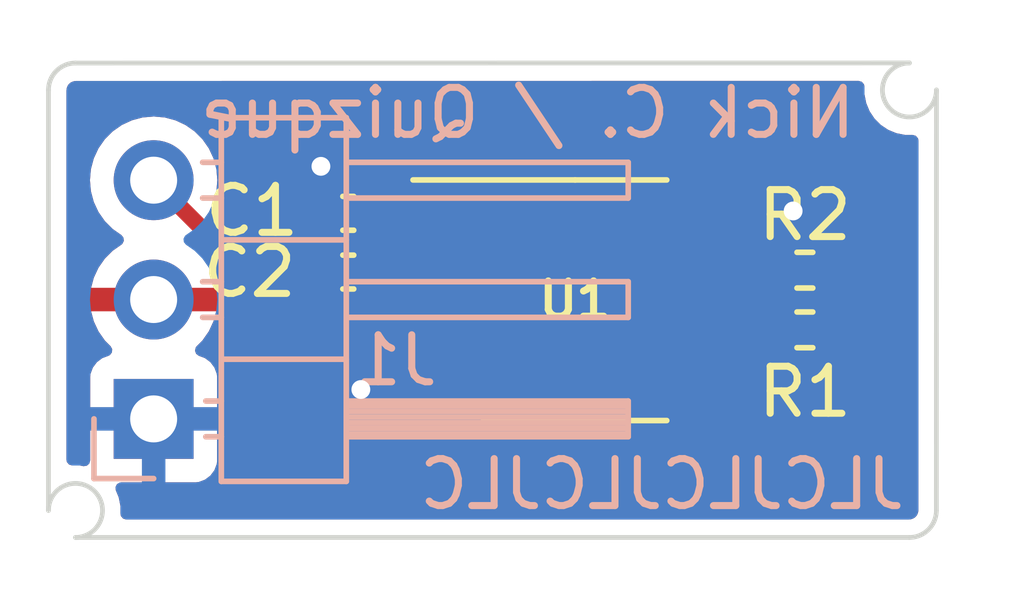
<source format=kicad_pcb>
(kicad_pcb (version 20240108) (generator "pcbnew") (generator_version "8.0")
  (layers (0 "F.Cu" signal) (31 "B.Cu" signal) (34 "B.Paste" user) (35 "F.Paste" user) (36 "B.SilkS" user "B.Silkscreen") (37 "F.SilkS" user "F.Silkscreen") (38 "B.Mask" user) (39 "F.Mask" user) (44 "Edge.Cuts" user))
  (net 0 "")
  (net 1 "+5V")
  (net 2 "GND")
  (net 3 "SIGNAL")
  (net 4 "Net-(U1-SDA)")
  (net 5 "Net-(U1-SCL)")
  (net 7 "Net-(U1-VDD3V3)")
  (footprint "Capacitor_SMD:C_0402_1005Metric_Pad0.74x0.62mm_HandSolder" (layer "F.Cu") (at 141.3825 84.45 180)
    (property "Reference" "C2" (at 2.1 0 180) (layer "F.SilkS"))
    (property "Value" "1uF")
    (fp_line (start -0.115835 0.36) (end 0.115835 0.36) (stroke (width 0.12)) (layer "F.SilkS"))
    (fp_line (start -0.115835 -0.36) (end 0.115835 -0.36) (stroke (width 0.12)) (layer "F.SilkS"))
    (pad "1" smd roundrect (at -0.5675 0 180) (size 0.735 0.62) (layers "F.Cu" "F.Paste" "F.Mask") (net 7 "Net-(U1-VDD3V3)"))
    (pad "2" smd roundrect (at 0.5675 0 180) (size 0.735 0.62) (layers "F.Cu" "F.Paste" "F.Mask") (net 2 "GND"))
  )
  (footprint "Resistor_SMD:R_0402_1005Metric_Pad0.72x0.64mm_HandSolder" (layer "F.Cu") (at 151.1 84.41)
    (property "Reference" "R2" (at 0 -1.17 0) (layer "F.SilkS"))
    (property "Value" "4K7")
    (fp_line (start -0.167621 -0.38) (end 0.167621 -0.38) (stroke (width 0.12)) (layer "F.SilkS"))
    (fp_line (start -0.167621 0.38) (end 0.167621 0.38) (stroke (width 0.12)) (layer "F.SilkS"))
    (pad "1" smd roundrect (at -0.5975 0) (size 0.715 0.64) (layers "F.Cu" "F.Paste" "F.Mask") (net 5 "Net-(U1-SCL)"))
    (pad "2" smd roundrect (at 0.5975 0) (size 0.715 0.64) (layers "F.Cu" "F.Paste" "F.Mask") (net 1 "+5V"))
  )
  (footprint "Capacitor_SMD:C_0402_1005Metric_Pad0.74x0.62mm_HandSolder" (layer "F.Cu") (at 141.3825 83.2 180)
    (property "Reference" "C1" (at 2.05 0.05 180) (layer "F.SilkS"))
    (property "Value" "1uF")
    (fp_line (start -0.115835 0.36) (end 0.115835 0.36) (stroke (width 0.12)) (layer "F.SilkS"))
    (fp_line (start -0.115835 -0.36) (end 0.115835 -0.36) (stroke (width 0.12)) (layer "F.SilkS"))
    (pad "1" smd roundrect (at -0.5675 0 180) (size 0.735 0.62) (layers "F.Cu" "F.Paste" "F.Mask") (net 1 "+5V"))
    (pad "2" smd roundrect (at 0.5675 0 180) (size 0.735 0.62) (layers "F.Cu" "F.Paste" "F.Mask") (net 2 "GND"))
  )
  (footprint "Package_SO:SOIC-8_3.9x4.9mm_P1.27mm" (layer "F.Cu") (at 146.21 85.05)
    (property "Reference" "U1" (at 0 0 0) (layer "F.SilkS") (effects (font (size 0.75 0.75))))
    (property "Value" "AS5600")
    (fp_line (start 0 -2.56) (end -3.45 -2.56) (stroke (width 0.12)) (layer "F.SilkS"))
    (fp_line (start 0 -2.56) (end 1.95 -2.56) (stroke (width 0.12)) (layer "F.SilkS"))
    (fp_line (start 0 2.56) (end -1.95 2.56) (stroke (width 0.12)) (layer "F.SilkS"))
    (fp_line (start 0 2.56) (end 1.95 2.56) (stroke (width 0.12)) (layer "F.SilkS"))
    (pad "1" smd roundrect (at -2.475 -1.905) (size 1.95 0.6) (layers "F.Cu" "F.Paste" "F.Mask") (net 1 "+5V"))
    (pad "2" smd roundrect (at -2.475 -0.635) (size 1.95 0.6) (layers "F.Cu" "F.Paste" "F.Mask") (net 7 "Net-(U1-VDD3V3)"))
    (pad "3" smd roundrect (at -2.475 0.635) (size 1.95 0.6) (layers "F.Cu" "F.Paste" "F.Mask") (net 3 "SIGNAL"))
    (pad "4" smd roundrect (at -2.475 1.905) (size 1.95 0.6) (layers "F.Cu" "F.Paste" "F.Mask") (net 2 "GND"))
    (pad "5" smd roundrect (at 2.475 1.905) (size 1.95 0.6) (layers "F.Cu" "F.Paste" "F.Mask"))
    (pad "6" smd roundrect (at 2.475 0.635) (size 1.95 0.6) (layers "F.Cu" "F.Paste" "F.Mask") (net 4 "Net-(U1-SDA)"))
    (pad "7" smd roundrect (at 2.475 -0.635) (size 1.95 0.6) (layers "F.Cu" "F.Paste" "F.Mask") (net 5 "Net-(U1-SCL)"))
    (pad "8" smd roundrect (at 2.475 -1.905) (size 1.95 0.6) (layers "F.Cu" "F.Paste" "F.Mask") (net 2 "GND"))
  )
  (footprint "Resistor_SMD:R_0402_1005Metric_Pad0.72x0.64mm_HandSolder" (layer "F.Cu") (at 151.1 85.68)
    (property "Reference" "R1" (at 0 1.32 0) (layer "F.SilkS"))
    (property "Value" "4K7")
    (fp_line (start -0.167621 -0.38) (end 0.167621 -0.38) (stroke (width 0.12)) (layer "F.SilkS"))
    (fp_line (start -0.167621 0.38) (end 0.167621 0.38) (stroke (width 0.12)) (layer "F.SilkS"))
    (pad "1" smd roundrect (at -0.5975 0) (size 0.715 0.64) (layers "F.Cu" "F.Paste" "F.Mask") (net 4 "Net-(U1-SDA)"))
    (pad "2" smd roundrect (at 0.5975 0) (size 0.715 0.64) (layers "F.Cu" "F.Paste" "F.Mask") (net 1 "+5V"))
  )
  (footprint "Connector_PinHeader_2.54mm:PinHeader_1x03_P2.54mm_Horizontal" (layer "B.Cu") (at 137.24 87.575)
    (property "Reference" "J1" (at 5.16 -1.245 0) (layer "B.SilkS") (effects (justify mirror)))
    (property "Value" "Conn_01x03_Pin")
    (fp_line (start -1.27 0) (end -1.27 1.27) (stroke (width 0.12)) (layer "B.SilkS"))
    (fp_line (start -1.27 1.27) (end 0 1.27) (stroke (width 0.12)) (layer "B.SilkS"))
    (fp_line (start 1.042929 -5.46) (end 1.44 -5.46) (stroke (width 0.12)) (layer "B.SilkS"))
    (fp_line (start 1.042929 -4.7) (end 1.44 -4.7) (stroke (width 0.12)) (layer "B.SilkS"))
    (fp_line (start 1.042929 -2.92) (end 1.44 -2.92) (stroke (width 0.12)) (layer "B.SilkS"))
    (fp_line (start 1.042929 -2.16) (end 1.44 -2.16) (stroke (width 0.12)) (layer "B.SilkS"))
    (fp_line (start 1.11 -0.38) (end 1.44 -0.38) (stroke (width 0.12)) (layer "B.SilkS"))
    (fp_line (start 1.11 0.38) (end 1.44 0.38) (stroke (width 0.12)) (layer "B.SilkS"))
    (fp_line (start 1.44 -6.41) (end 4.1 -6.41) (stroke (width 0.12)) (layer "B.SilkS"))
    (fp_line (start 1.44 -3.81) (end 4.1 -3.81) (stroke (width 0.12)) (layer "B.SilkS"))
    (fp_line (start 1.44 -1.27) (end 4.1 -1.27) (stroke (width 0.12)) (layer "B.SilkS"))
    (fp_line (start 1.44 1.33) (end 1.44 -6.41) (stroke (width 0.12)) (layer "B.SilkS"))
    (fp_line (start 4.1 -6.41) (end 4.1 1.33) (stroke (width 0.12)) (layer "B.SilkS"))
    (fp_line (start 4.1 -4.7) (end 10.1 -4.7) (stroke (width 0.12)) (layer "B.SilkS"))
    (fp_line (start 4.1 -2.16) (end 10.1 -2.16) (stroke (width 0.12)) (layer "B.SilkS"))
    (fp_line (start 4.1 -0.28) (end 10.1 -0.28) (stroke (width 0.12)) (layer "B.SilkS"))
    (fp_line (start 4.1 -0.16) (end 10.1 -0.16) (stroke (width 0.12)) (layer "B.SilkS"))
    (fp_line (start 4.1 -0.04) (end 10.1 -0.04) (stroke (width 0.12)) (layer "B.SilkS"))
    (fp_line (start 4.1 0.08) (end 10.1 0.08) (stroke (width 0.12)) (layer "B.SilkS"))
    (fp_line (start 4.1 0.2) (end 10.1 0.2) (stroke (width 0.12)) (layer "B.SilkS"))
    (fp_line (start 4.1 0.32) (end 10.1 0.32) (stroke (width 0.12)) (layer "B.SilkS"))
    (fp_line (start 4.1 0.38) (end 10.1 0.38) (stroke (width 0.12)) (layer "B.SilkS"))
    (fp_line (start 4.1 1.33) (end 1.44 1.33) (stroke (width 0.12)) (layer "B.SilkS"))
    (fp_line (start 10.1 -5.46) (end 4.1 -5.46) (stroke (width 0.12)) (layer "B.SilkS"))
    (fp_line (start 10.1 -4.7) (end 10.1 -5.46) (stroke (width 0.12)) (layer "B.SilkS"))
    (fp_line (start 10.1 -2.92) (end 4.1 -2.92) (stroke (width 0.12)) (layer "B.SilkS"))
    (fp_line (start 10.1 -2.16) (end 10.1 -2.92) (stroke (width 0.12)) (layer "B.SilkS"))
    (fp_line (start 10.1 -0.38) (end 4.1 -0.38) (stroke (width 0.12)) (layer "B.SilkS"))
    (fp_line (start 10.1 0.38) (end 10.1 -0.38) (stroke (width 0.12)) (layer "B.SilkS"))
    (pad "1" thru_hole rect (at 0 0) (size 1.7 1.7) (drill 1) (layers "*.Cu" "*.Mask") (net 2 "GND"))
    (pad "2" thru_hole oval (at 0 -2.54) (size 1.7 1.7) (drill 1) (layers "*.Cu" "*.Mask") (net 1 "+5V"))
    (pad "3" thru_hole oval (at 0 -5.08) (size 1.7 1.7) (drill 1) (layers "*.Cu" "*.Mask") (net 3 "SIGNAL"))
  )
  (gr_line (start 135.576586 80.001586) (end 153.325 80) (stroke (width 0.1)) (layer "Edge.Cuts"))
  (gr_arc (start 153.898414 89.523414) (mid 153.73 89.93) (end 153.323414 90.098414) (stroke (width 0.1)) (layer "Edge.Cuts"))
  (gr_line (start 153.323414 90.098414) (end 135.576586 90.098414) (stroke (width 0.1)) (layer "Edge.Cuts"))
  (gr_arc (start 135.001586 89.523414) (mid 135.983174 89.116826) (end 135.576586 90.098414) (stroke (width 0.1)) (layer "Edge.Cuts"))
  (gr_arc (start 153.9 80.575) (mid 152.918412 80.981588) (end 153.325 80) (stroke (width 0.1)) (layer "Edge.Cuts"))
  (gr_line (start 135.001586 89.523414) (end 135.001586 80.576586) (stroke (width 0.1)) (layer "Edge.Cuts"))
  (gr_arc (start 135.001586 80.576586) (mid 135.17 80.17) (end 135.576586 80.001586) (stroke (width 0.1)) (layer "Edge.Cuts"))
  (gr_line (start 153.9 80.575) (end 153.898414 89.523414) (stroke (width 0.1)) (layer "Edge.Cuts"))
  (gr_text "Nick C. / Quizque" (at 152.25 81.65 0) (layer "B.SilkS") (effects (font (size 1 1)) (justify left bottom mirror)))
  (gr_text "JLCJLCJLCJLC" (at 153.3 89.55 0) (layer "B.SilkS") (effects (font (size 1 1)) (justify left bottom mirror)))
  (segment (start 140.815 83.2) (end 140.815 82.215) (width 0.35) (layer "F.Cu") (net 2))
  (segment (start 143.735 86.955) (end 141.655 86.955) (width 0.35) (layer "F.Cu") (net 2))
  (segment (start 140.815 82.215) (end 140.8 82.2) (width 0.35) (layer "F.Cu") (net 2))
  (segment (start 140.815 84.45) (end 140.815 83.2) (width 0.35) (layer "F.Cu") (net 2))
  (segment (start 141.655 86.955) (end 141.65 86.95) (width 0.35) (layer "F.Cu") (net 2))
  (segment (start 150.845 83.145) (end 150.85 83.15) (width 0.35) (layer "F.Cu") (net 2))
  (segment (start 148.685 83.145) (end 150.845 83.145) (width 0.35) (layer "F.Cu") (net 2))
  (via (at 140.8 82.2) (size 0.8) (drill 0.4) (layers "F.Cu" "B.Cu") (net 2))
  (via (at 141.65 86.95) (size 0.8) (drill 0.4) (layers "F.Cu" "B.Cu") (net 2))
  (via (at 150.85 83.15) (size 0.8) (drill 0.4) (layers "F.Cu" "B.Cu") (net 2))
  (segment (start 140.43 85.685) (end 137.24 82.495) (width 0.35) (layer "F.Cu") (net 3))
  (segment (start 143.735 85.685) (end 140.43 85.685) (width 0.35) (layer "F.Cu") (net 3))
  (segment (start 148.69 85.68) (end 148.685 85.685) (width 0.35) (layer "F.Cu") (net 4))
  (segment (start 150.44 85.68) (end 148.69 85.68) (width 0.35) (layer "F.Cu") (net 4))
  (segment (start 150.43 84.41) (end 148.69 84.41) (width 0.35) (layer "F.Cu") (net 5))
  (segment (start 148.69 84.41) (end 148.685 84.415) (width 0.35) (layer "F.Cu") (net 5))
  (segment (start 143.735 84.415) (end 142.015 84.415) (width 0.35) (layer "F.Cu") (net 7))
  (segment (start 142.015 84.415) (end 141.98 84.45) (width 0.35) (layer "F.Cu") (net 7))
  (zone (net 1) (net_name "+5V") (layer "F.Cu") (connect_pads (clearance 0.5)) (min_thickness 0.25) (fill yes (thermal_gap 0.5) (thermal_bridge_width 0.5) (island_removal_mode 1) (island_area_min 10))
    (polygon (pts (xy 134.42 79.28) (xy 134.35 90.74) (xy 155.2 91.01) (xy 154.83 79.1)))
  )
  (zone (net 2) (net_name "GND") (layer "B.Cu") (priority 1) (connect_pads (clearance 0.5)) (min_thickness 0.25) (fill yes (thermal_gap 0.5) (thermal_bridge_width 0.5) (island_removal_mode 1) (island_area_min 10))
    (polygon (pts (xy 133.97 78.82) (xy 133.97 90.95) (xy 155.77 91.28) (xy 155.77 78.66)))
  )
)
</source>
